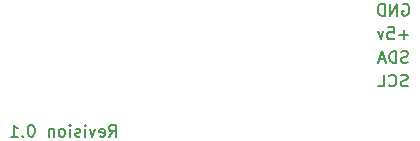
<source format=gbo>
G04 #@! TF.GenerationSoftware,KiCad,Pcbnew,(5.1.10-1-10_14)*
G04 #@! TF.CreationDate,2021-09-29T23:59:16+10:00*
G04 #@! TF.ProjectId,ServianPower5,53657276-6961-46e5-906f-776572352e6b,0.1*
G04 #@! TF.SameCoordinates,Original*
G04 #@! TF.FileFunction,Legend,Bot*
G04 #@! TF.FilePolarity,Positive*
%FSLAX46Y46*%
G04 Gerber Fmt 4.6, Leading zero omitted, Abs format (unit mm)*
G04 Created by KiCad (PCBNEW (5.1.10-1-10_14)) date 2021-09-29 23:59:16*
%MOMM*%
%LPD*%
G01*
G04 APERTURE LIST*
%ADD10C,0.150000*%
%ADD11C,2.200000*%
%ADD12O,2.100000X1.000000*%
%ADD13C,0.650000*%
%ADD14O,1.600000X1.000000*%
G04 APERTURE END LIST*
D10*
X135937142Y-96210380D02*
X136270476Y-95734190D01*
X136508571Y-96210380D02*
X136508571Y-95210380D01*
X136127619Y-95210380D01*
X136032380Y-95258000D01*
X135984761Y-95305619D01*
X135937142Y-95400857D01*
X135937142Y-95543714D01*
X135984761Y-95638952D01*
X136032380Y-95686571D01*
X136127619Y-95734190D01*
X136508571Y-95734190D01*
X135127619Y-96162761D02*
X135222857Y-96210380D01*
X135413333Y-96210380D01*
X135508571Y-96162761D01*
X135556190Y-96067523D01*
X135556190Y-95686571D01*
X135508571Y-95591333D01*
X135413333Y-95543714D01*
X135222857Y-95543714D01*
X135127619Y-95591333D01*
X135080000Y-95686571D01*
X135080000Y-95781809D01*
X135556190Y-95877047D01*
X134746666Y-95543714D02*
X134508571Y-96210380D01*
X134270476Y-95543714D01*
X133889523Y-96210380D02*
X133889523Y-95543714D01*
X133889523Y-95210380D02*
X133937142Y-95258000D01*
X133889523Y-95305619D01*
X133841904Y-95258000D01*
X133889523Y-95210380D01*
X133889523Y-95305619D01*
X133460952Y-96162761D02*
X133365714Y-96210380D01*
X133175238Y-96210380D01*
X133080000Y-96162761D01*
X133032380Y-96067523D01*
X133032380Y-96019904D01*
X133080000Y-95924666D01*
X133175238Y-95877047D01*
X133318095Y-95877047D01*
X133413333Y-95829428D01*
X133460952Y-95734190D01*
X133460952Y-95686571D01*
X133413333Y-95591333D01*
X133318095Y-95543714D01*
X133175238Y-95543714D01*
X133080000Y-95591333D01*
X132603809Y-96210380D02*
X132603809Y-95543714D01*
X132603809Y-95210380D02*
X132651428Y-95258000D01*
X132603809Y-95305619D01*
X132556190Y-95258000D01*
X132603809Y-95210380D01*
X132603809Y-95305619D01*
X131984761Y-96210380D02*
X132080000Y-96162761D01*
X132127619Y-96115142D01*
X132175238Y-96019904D01*
X132175238Y-95734190D01*
X132127619Y-95638952D01*
X132080000Y-95591333D01*
X131984761Y-95543714D01*
X131841904Y-95543714D01*
X131746666Y-95591333D01*
X131699047Y-95638952D01*
X131651428Y-95734190D01*
X131651428Y-96019904D01*
X131699047Y-96115142D01*
X131746666Y-96162761D01*
X131841904Y-96210380D01*
X131984761Y-96210380D01*
X131222857Y-95543714D02*
X131222857Y-96210380D01*
X131222857Y-95638952D02*
X131175238Y-95591333D01*
X131080000Y-95543714D01*
X130937142Y-95543714D01*
X130841904Y-95591333D01*
X130794285Y-95686571D01*
X130794285Y-96210380D01*
X129365714Y-95210380D02*
X129270476Y-95210380D01*
X129175238Y-95258000D01*
X129127619Y-95305619D01*
X129080000Y-95400857D01*
X129032380Y-95591333D01*
X129032380Y-95829428D01*
X129080000Y-96019904D01*
X129127619Y-96115142D01*
X129175238Y-96162761D01*
X129270476Y-96210380D01*
X129365714Y-96210380D01*
X129460952Y-96162761D01*
X129508571Y-96115142D01*
X129556190Y-96019904D01*
X129603809Y-95829428D01*
X129603809Y-95591333D01*
X129556190Y-95400857D01*
X129508571Y-95305619D01*
X129460952Y-95258000D01*
X129365714Y-95210380D01*
X128603809Y-96115142D02*
X128556190Y-96162761D01*
X128603809Y-96210380D01*
X128651428Y-96162761D01*
X128603809Y-96115142D01*
X128603809Y-96210380D01*
X127603809Y-96210380D02*
X128175238Y-96210380D01*
X127889523Y-96210380D02*
X127889523Y-95210380D01*
X127984761Y-95353238D01*
X128080000Y-95448476D01*
X128175238Y-95496095D01*
X160761904Y-85000000D02*
X160857142Y-84952380D01*
X161000000Y-84952380D01*
X161142857Y-85000000D01*
X161238095Y-85095238D01*
X161285714Y-85190476D01*
X161333333Y-85380952D01*
X161333333Y-85523809D01*
X161285714Y-85714285D01*
X161238095Y-85809523D01*
X161142857Y-85904761D01*
X161000000Y-85952380D01*
X160904761Y-85952380D01*
X160761904Y-85904761D01*
X160714285Y-85857142D01*
X160714285Y-85523809D01*
X160904761Y-85523809D01*
X160285714Y-85952380D02*
X160285714Y-84952380D01*
X159714285Y-85952380D01*
X159714285Y-84952380D01*
X159238095Y-85952380D02*
X159238095Y-84952380D01*
X159000000Y-84952380D01*
X158857142Y-85000000D01*
X158761904Y-85095238D01*
X158714285Y-85190476D01*
X158666666Y-85380952D01*
X158666666Y-85523809D01*
X158714285Y-85714285D01*
X158761904Y-85809523D01*
X158857142Y-85904761D01*
X159000000Y-85952380D01*
X159238095Y-85952380D01*
X161238095Y-87571428D02*
X160476190Y-87571428D01*
X160857142Y-87952380D02*
X160857142Y-87190476D01*
X159523809Y-86952380D02*
X160000000Y-86952380D01*
X160047619Y-87428571D01*
X160000000Y-87380952D01*
X159904761Y-87333333D01*
X159666666Y-87333333D01*
X159571428Y-87380952D01*
X159523809Y-87428571D01*
X159476190Y-87523809D01*
X159476190Y-87761904D01*
X159523809Y-87857142D01*
X159571428Y-87904761D01*
X159666666Y-87952380D01*
X159904761Y-87952380D01*
X160000000Y-87904761D01*
X160047619Y-87857142D01*
X159142857Y-87285714D02*
X158904761Y-87952380D01*
X158666666Y-87285714D01*
X161214285Y-89904761D02*
X161071428Y-89952380D01*
X160833333Y-89952380D01*
X160738095Y-89904761D01*
X160690476Y-89857142D01*
X160642857Y-89761904D01*
X160642857Y-89666666D01*
X160690476Y-89571428D01*
X160738095Y-89523809D01*
X160833333Y-89476190D01*
X161023809Y-89428571D01*
X161119047Y-89380952D01*
X161166666Y-89333333D01*
X161214285Y-89238095D01*
X161214285Y-89142857D01*
X161166666Y-89047619D01*
X161119047Y-89000000D01*
X161023809Y-88952380D01*
X160785714Y-88952380D01*
X160642857Y-89000000D01*
X160214285Y-89952380D02*
X160214285Y-88952380D01*
X159976190Y-88952380D01*
X159833333Y-89000000D01*
X159738095Y-89095238D01*
X159690476Y-89190476D01*
X159642857Y-89380952D01*
X159642857Y-89523809D01*
X159690476Y-89714285D01*
X159738095Y-89809523D01*
X159833333Y-89904761D01*
X159976190Y-89952380D01*
X160214285Y-89952380D01*
X159261904Y-89666666D02*
X158785714Y-89666666D01*
X159357142Y-89952380D02*
X159023809Y-88952380D01*
X158690476Y-89952380D01*
X161190476Y-91904761D02*
X161047619Y-91952380D01*
X160809523Y-91952380D01*
X160714285Y-91904761D01*
X160666666Y-91857142D01*
X160619047Y-91761904D01*
X160619047Y-91666666D01*
X160666666Y-91571428D01*
X160714285Y-91523809D01*
X160809523Y-91476190D01*
X161000000Y-91428571D01*
X161095238Y-91380952D01*
X161142857Y-91333333D01*
X161190476Y-91238095D01*
X161190476Y-91142857D01*
X161142857Y-91047619D01*
X161095238Y-91000000D01*
X161000000Y-90952380D01*
X160761904Y-90952380D01*
X160619047Y-91000000D01*
X159619047Y-91857142D02*
X159666666Y-91904761D01*
X159809523Y-91952380D01*
X159904761Y-91952380D01*
X160047619Y-91904761D01*
X160142857Y-91809523D01*
X160190476Y-91714285D01*
X160238095Y-91523809D01*
X160238095Y-91380952D01*
X160190476Y-91190476D01*
X160142857Y-91095238D01*
X160047619Y-91000000D01*
X159904761Y-90952380D01*
X159809523Y-90952380D01*
X159666666Y-91000000D01*
X159619047Y-91047619D01*
X158714285Y-91952380D02*
X159190476Y-91952380D01*
X159190476Y-90952380D01*
%LPC*%
D11*
X127508000Y-74295000D03*
X160401000Y-74295000D03*
D12*
X132441400Y-93194600D03*
X132441400Y-84554600D03*
D13*
X131911400Y-85984600D03*
D14*
X128261400Y-84554600D03*
D13*
X131911400Y-91764600D03*
D14*
X128261400Y-93194600D03*
M02*

</source>
